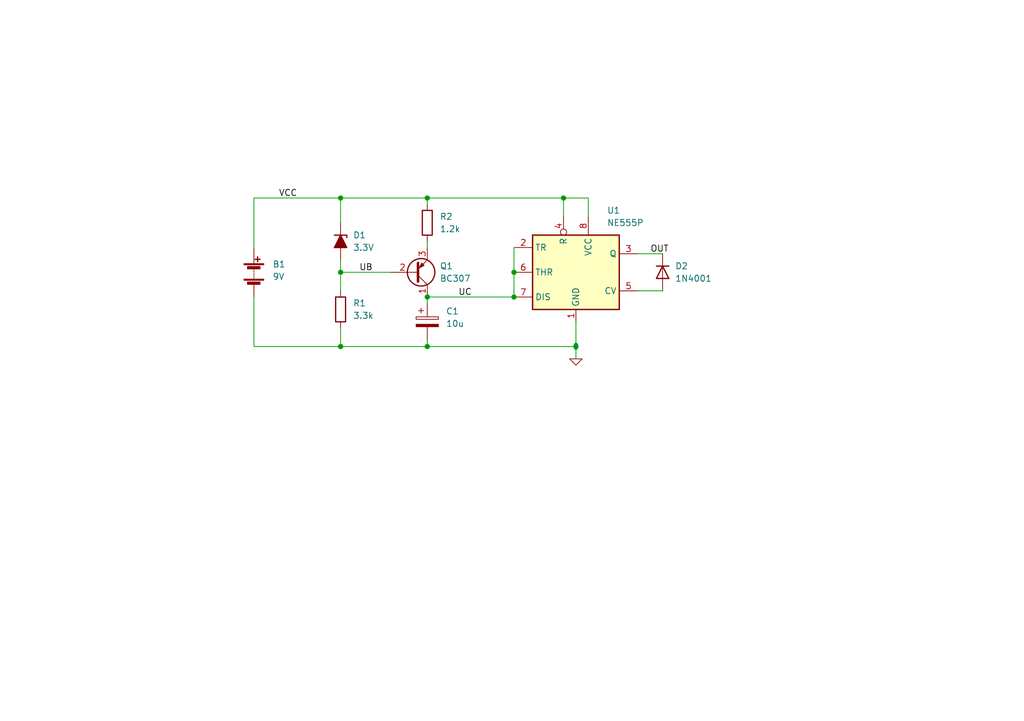
<source format=kicad_sch>
(kicad_sch (version 20211123) (generator eeschema)
  (paper "A5")
  (lib_symbols
    (symbol "Device:Battery" (pin_numbers hide) (pin_names (offset 0) hide)
      (property "Reference" "BT" (at 2.54 2.54 0))
      (property "Value" "Battery" (at 2.54 0 0))
      (symbol "Battery_0_1"
        (rectangle (start -2.032 -1.397) (end 2.032 -1.651) (fill (type outline)))
        (rectangle (start -2.032 1.778) (end 2.032 1.524) (fill (type outline)))
        (rectangle (start -1.3208 -1.9812) (end 1.27 -2.4892) (fill (type outline)))
        (rectangle (start -1.3208 1.1938) (end 1.27 0.6858) (fill (type outline)))
        (polyline (pts (xy 0 -1.524) (xy 0 -1.27)))
        (polyline (pts (xy 0 -1.016) (xy 0 -0.762)))
        (polyline (pts (xy 0 -0.508) (xy 0 -0.254)))
        (polyline (pts (xy 0 0) (xy 0 0.254)))
        (polyline (pts (xy 0 0.508) (xy 0 0.762)))
        (polyline (pts (xy 0 1.778) (xy 0 2.54)))
        (polyline (pts (xy 0.254 2.667) (xy 1.27 2.667)) (stroke (width 0.254)))
        (polyline (pts (xy 0.762 3.175) (xy 0.762 2.159)) (stroke (width 0.254)))
      )
      (symbol "Battery_1_1"
        (pin passive line (at 0 5.08 270) (length 2.54) (name "+") (number "1"))
        (pin passive line (at 0 -5.08 90) (length 2.54) (name "-") (number "2"))
      )
    )
    (symbol "Device:CP" (pin_numbers hide) (pin_names (offset 0.254))
      (property "Reference" "C" (at 0.635 2.54 0))
      (property "Value" "CP" (at 0.635 -2.54 0))
      (symbol "CP_0_1"
        (rectangle (start -2.286 0.508) (end 2.286 1.016))
        (polyline (pts (xy -1.778 2.286) (xy -0.762 2.286)))
        (polyline (pts (xy -1.27 2.794) (xy -1.27 1.778)))
        (rectangle (start 2.286 -0.508) (end -2.286 -1.016) (fill (type outline)))
      )
      (symbol "CP_1_1"
        (pin passive line (at 0 3.81 270) (length 2.794) (name "~") (number "1"))
        (pin passive line (at 0 -3.81 90) (length 2.794) (name "~") (number "2"))
      )
    )
    (symbol "Device:D_Zener_ALT" (pin_numbers hide) (pin_names (offset 1.016) hide)
      (property "Reference" "D" (at 0 2.54 0))
      (property "Value" "D_Zener_ALT" (at 0 -2.54 0))
      (symbol "D_Zener_ALT_0_1"
        (polyline (pts (xy 1.27 0) (xy -1.27 0)))
        (polyline (pts (xy -1.27 -1.27) (xy -1.27 1.27) (xy -0.762 1.27)) (stroke (width 0.254)))
        (polyline (pts (xy 1.27 -1.27) (xy 1.27 1.27) (xy -1.27 0) (xy 1.27 -1.27)) (stroke (width 0.254)) (fill (type outline)))
      )
      (symbol "D_Zener_ALT_1_1"
        (pin passive line (at -3.81 0 0) (length 2.54) (name "K") (number "1"))
        (pin passive line (at 3.81 0 180) (length 2.54) (name "A") (number "2"))
      )
    )
    (symbol "Device:R" (pin_numbers hide) (pin_names (offset 0))
      (property "Reference" "R" (at 2.032 0 90))
      (property "Value" "R" (at 0 0 90))
      (symbol "R_0_1"
        (rectangle (start -1.016 -2.54) (end 1.016 2.54) (stroke (width 0.254)))
      )
      (symbol "R_1_1"
        (pin passive line (at 0 3.81 270) (length 1.27) (name "~") (number "1"))
        (pin passive line (at 0 -3.81 90) (length 1.27) (name "~") (number "2"))
      )
    )
    (symbol "Diode:1N4001" (pin_numbers hide) (pin_names (offset 1.016) hide)
      (property "Reference" "D" (at 0 2.54 0))
      (property "Value" "1N4001" (at 0 -2.54 0))
      (symbol "1N4001_0_1"
        (polyline (pts (xy -1.27 1.27) (xy -1.27 -1.27)) (stroke (width 0.254)))
        (polyline (pts (xy 1.27 0) (xy -1.27 0)))
        (polyline (pts (xy 1.27 1.27) (xy 1.27 -1.27) (xy -1.27 0) (xy 1.27 1.27)) (stroke (width 0.254)))
      )
      (symbol "1N4001_1_1"
        (pin passive line (at -3.81 0 0) (length 2.54) (name "K") (number "1"))
        (pin passive line (at 3.81 0 180) (length 2.54) (name "A") (number "2"))
      )
    )
    (symbol "Timer:NE555P"
      (property "Reference" "U?" (at 6.35 12.7 0))
      (property "Value" "NE555P" (at 6.35 10.16 0))
      (symbol "NE555P_0_0"
        (pin power_in line (at 0 -10.16 90) (length 2.54) (name "GND") (number "1"))
        (pin power_in line (at 2.54 11.43 270) (length 3.81) (name "VCC") (number "8"))
      )
      (symbol "NE555P_0_1"
        (rectangle (start -8.89 -7.62) (end 8.89 7.62) (stroke (width 0.254)) (fill (type background)))
        (rectangle (start -8.89 -7.62) (end 8.89 7.62) (stroke (width 0.254)) (fill (type background)))
      )
      (symbol "NE555P_1_1"
        (pin input line (at -12.7 5.08 0) (length 3.81) (name "TR") (number "2"))
        (pin output line (at 12.7 3.81 180) (length 3.81) (name "Q") (number "3"))
        (pin input inverted (at -2.54 11.43 270) (length 3.81) (name "R") (number "4"))
        (pin input line (at 12.7 -3.81 180) (length 3.81) (name "CV") (number "5"))
        (pin input line (at -12.7 0 0) (length 3.81) (name "THR") (number "6"))
        (pin input line (at -12.7 -5.08 0) (length 3.81) (name "DIS") (number "7"))
      )
    )
    (symbol "Transistor_BJT:BC307" (pin_names (offset 0) hide)
      (property "Reference" "Q" (at 5.08 1.905 0))
      (property "Value" "BC307" (at 5.08 0 0))
      (symbol "BC307_0_1"
        (polyline (pts (xy 0 0) (xy 0.635 0)))
        (polyline (pts (xy 2.54 -2.54) (xy 0.635 -0.635)))
        (polyline (pts (xy 2.54 2.54) (xy 0.635 0.635)))
        (polyline (pts (xy 0.635 1.905) (xy 0.635 -1.905) (xy 0.635 -1.905)) (stroke (width 0.508)) (fill (type outline)))
        (polyline (pts (xy 1.397 -1.905) (xy 1.905 -1.397) (xy 0.889 -0.889) (xy 1.397 -1.905) (xy 1.397 -1.905)) (fill (type outline)))
        (circle (center 1.27 0) (radius 2.8194) (stroke (width 0.254)))
      )
      (symbol "BC307_1_1"
        (pin passive line (at 2.54 5.08 270) (length 2.54) (name "C") (number "1"))
        (pin input line (at -5.08 0 0) (length 5.08) (name "B") (number "2"))
        (pin passive line (at 2.54 -5.08 90) (length 2.54) (name "E") (number "3"))
      )
    )
    (symbol "pspice:0" (power) (pin_names (offset 0))
      (property "Value" "0" (at 0 -1.778 0))
      (symbol "0_0_1"
        (polyline (pts (xy -1.27 0) (xy 0 -1.27) (xy 1.27 0) (xy -1.27 0)))
      )
      (symbol "0_1_1"
        (pin power_in line (at 0 0 0) (length 0) hide (name "0") (number "1"))
      )
    )
  )
  (junction (at 87.63 40.64))
  (junction (at 69.85 40.64))
  (junction (at 87.63 71.12))
  (junction (at 87.63 60.96))
  (junction (at 69.85 71.12))
  (junction (at 105.41 55.88))
  (junction (at 69.85 55.88))
  (junction (at 118.11 71.12))
  (junction (at 115.57 40.64))
  (junction (at 105.41 60.96))
  (wire (pts (xy 87.63 40.64) (xy 87.63 41.91)))
  (wire (pts (xy 118.11 71.12) (xy 118.11 73.66)))
  (wire (pts (xy 52.07 71.12) (xy 69.85 71.12)))
  (wire (pts (xy 130.81 59.69) (xy 135.89 59.69)))
  (wire (pts (xy 87.63 49.53) (xy 87.63 50.8)))
  (wire (pts (xy 87.63 40.64) (xy 115.57 40.64)))
  (wire (pts (xy 87.63 71.12) (xy 118.11 71.12)))
  (wire (pts (xy 120.65 40.64) (xy 120.65 44.45)))
  (wire (pts (xy 115.57 40.64) (xy 115.57 44.45)))
  (wire (pts (xy 69.85 40.64) (xy 69.85 45.72)))
  (wire (pts (xy 115.57 40.64) (xy 120.65 40.64)))
  (wire (pts (xy 69.85 40.64) (xy 87.63 40.64)))
  (wire (pts (xy 87.63 60.96) (xy 87.63 62.23)))
  (wire (pts (xy 52.07 50.8) (xy 52.07 40.64)))
  (wire (pts (xy 118.11 66.04) (xy 118.11 71.12)))
  (wire (pts (xy 87.63 69.85) (xy 87.63 71.12)))
  (wire (pts (xy 87.63 60.96) (xy 105.41 60.96)))
  (wire (pts (xy 69.85 67.31) (xy 69.85 71.12)))
  (wire (pts (xy 105.41 50.8) (xy 105.41 55.88)))
  (wire (pts (xy 105.41 55.88) (xy 105.41 60.96)))
  (wire (pts (xy 69.85 55.88) (xy 80.01 55.88)))
  (wire (pts (xy 69.85 71.12) (xy 87.63 71.12)))
  (wire (pts (xy 130.81 52.07) (xy 135.89 52.07)))
  (wire (pts (xy 52.07 40.64) (xy 69.85 40.64)))
  (wire (pts (xy 69.85 55.88) (xy 69.85 59.69)))
  (wire (pts (xy 52.07 60.96) (xy 52.07 71.12)))
  (wire (pts (xy 69.85 53.34) (xy 69.85 55.88)))
  (label "VCC" (at 57.15 40.64 0))
  (label "OUT" (at 133.35 52.07 0))
  (label "UB" (at 73.66 55.88 0))
  (label "UC" (at 93.98 60.96 0))
  (symbol (lib_id "Device:CP") (at 87.63 66.04 0) (unit 1)
    (property "Reference" "C1" (at 91.44 63.8809 0) (effects (justify left)))
    (property "Value" "10u" (at 91.44 66.4209 0) (effects (justify left)))
    (property "Spice_Primitive" "C" (effects hide))
    (property "Spice_Model" "10u" (effects hide))
    (property "Spice_Netlist_Enabled" "Y" (effects hide))
  )
  (symbol (lib_id "Diode:1N4001") (at 135.89 55.88 270) (unit 1)
    (property "Reference" "D2" (at 138.43 54.6099 90) (effects (justify left)))
    (property "Value" "1N4001" (at 138.43 57.1499 90) (effects (justify left)))
    (property "Footprint" "Diode_THT:D_DO-41_SOD81_P10.16mm_Horizontal" (effects hide))
    (property "Datasheet" "http://www.vishay.com/docs/88503/1n4001.pdf" (effects hide))
    (property "Spice_Primitive" "D" (effects hide))
    (property "Spice_Model" "DI_1N4001" (effects hide))
    (property "Spice_Netlist_Enabled" "Y" (effects hide))
    (property "Spice_Lib_File" "/home/david/KiCAD/KiCad-Spice-Library/Models/Diode/DI_1N4001.lib" (effects hide))
    (property "Spice_Node_Sequence" "2,1" (effects hide))
  )
  (symbol (lib_id "Transistor_BJT:BC307") (at 85.09 55.88 0) (mirror x) (unit 1)
    (property "Reference" "Q1" (at 90.17 54.6099 0) (effects (justify left)))
    (property "Value" "BC307" (at 90.17 57.1499 0) (effects (justify left)))
    (property "Footprint" "Package_TO_SOT_THT:TO-92_Inline" (effects hide))
    (property "Datasheet" "http://www.onsemi.com/pub_link/Collateral/BC307-D.PDF" (effects hide))
    (property "Spice_Primitive" "Q" (effects hide))
    (property "Spice_Model" "BC307AP" (effects hide))
    (property "Spice_Netlist_Enabled" "Y" (effects hide))
    (property "Spice_Lib_File" "/home/david/KiCAD/KiCad-Spice-Library/Models/Transistor/BJT/BJTP.LIB" (effects hide))
  )
  (symbol (lib_id "Device:D_Zener_ALT") (at 69.85 49.53 270) (unit 1)
    (property "Reference" "D1" (at 72.39 48.2599 90) (effects (justify left)))
    (property "Value" "3.3V" (at 72.39 50.7999 90) (effects (justify left)))
    (property "Spice_Primitive" "D" (effects hide))
    (property "Spice_Model" "D_Zener" (effects hide))
    (property "Spice_Netlist_Enabled" "Y" (effects hide))
    (property "Spice_Lib_File" "/home/david/KiCAD/KiCad-Spice-Library/Models/Diode/zz.lib" (effects hide))
    (property "Spice_Node_Sequence" "2,1" (effects hide))
  )
  (symbol (lib_id "Device:R") (at 87.63 45.72 0) (unit 1)
    (property "Reference" "R2" (at 90.17 44.4499 0) (effects (justify left)))
    (property "Value" "1.2k" (at 90.17 46.9899 0) (effects (justify left)))
    (property "Spice_Primitive" "R" (effects hide))
    (property "Spice_Model" "1.2k" (effects hide))
    (property "Spice_Netlist_Enabled" "Y" (effects hide))
  )
  (symbol (lib_id "Device:Battery") (at 52.07 55.88 0) (unit 1)
    (property "Reference" "B1" (at 55.88 54.2289 0) (effects (justify left)))
    (property "Value" "9V" (at 55.88 56.7689 0) (effects (justify left)))
    (property "Spice_Primitive" "V" (effects hide))
    (property "Spice_Model" "dc 9 pulse(0 9 50m 10m)" (effects hide))
    (property "Spice_Netlist_Enabled" "Y" (effects hide))
  )
  (symbol (lib_id "Timer:NE555P") (at 118.11 55.88 0) (unit 1)
    (property "Reference" "U1" (at 124.46 43.18 0) (effects (justify left)))
    (property "Value" "NE555P" (at 124.46 45.72 0) (effects (justify left)))
    (property "Footprint" "Package_DIP:DIP-8_W7.62mm" (effects hide))
    (property "Datasheet" "http://www.ti.com/lit/ds/symlink/ne555.pdf" (effects hide))
    (property "Spice_Primitive" "X" (effects hide))
    (property "Spice_Model" "NE555" (effects hide))
    (property "Spice_Netlist_Enabled" "Y" (effects hide))
    (property "Spice_Lib_File" "/home/david/KiCAD/KiCad-Spice-Library/Models/uncategorized/NE555.lib" (effects hide))
  )
  (symbol (lib_id "Device:R") (at 69.85 63.5 0) (unit 1)
    (property "Reference" "R1" (at 72.39 62.2299 0) (effects (justify left)))
    (property "Value" "3.3k" (at 72.39 64.7699 0) (effects (justify left)))
    (property "Spice_Primitive" "R" (effects hide))
    (property "Spice_Model" "3.3k" (effects hide))
    (property "Spice_Netlist_Enabled" "Y" (effects hide))
  )
  (symbol (lib_id "pspice:0") (at 118.11 73.66 0) (unit 1)
    (property "Reference" "#GND01" (effects hide))
    (property "Value" "0" (at 118.11 71.12 0))
  )
)
</source>
